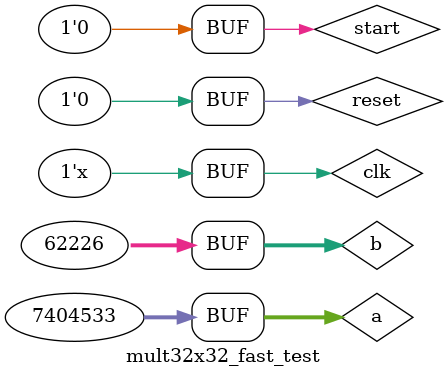
<source format=sv>
module mult32x32_fast_test;

    logic clk;            // Clock
    logic reset;          // Reset
    logic start;          // Start signal
    logic [31:0] a;       // Input a
    logic [31:0] b;       // Input b
    logic busy;           // Multiplier busy indication
    logic [63:0] product; // Miltiplication product

// Put your code here
// ------------------
	mult32x32_fast uut(
			.clk(clk),
			.reset(reset),
			.start(start),
			.a(a),
			.b(b),
			.busy(busy),
			.product(product)
		);
		
		initial begin
			clk = 1'b0;
			start= 1'b0;
			reset = 1'b1;
			#45
			reset = 1'b0;
			#10
			a = 32'b1100011100001111101111110101;
			b = 32'b10011000000001111001100010010;
			#10
			start = 1'b1;
			#10
			start = 1'b0;
			#110
			a = 32'b11100001111101111110101;
			b = 32'b1111001100010010;
			#10
			start=1'b1;
			#10
			start=1'b0;
		end
		always begin
			#5
			clk = ~clk;
		end
			
	// End of your code

endmodule

</source>
